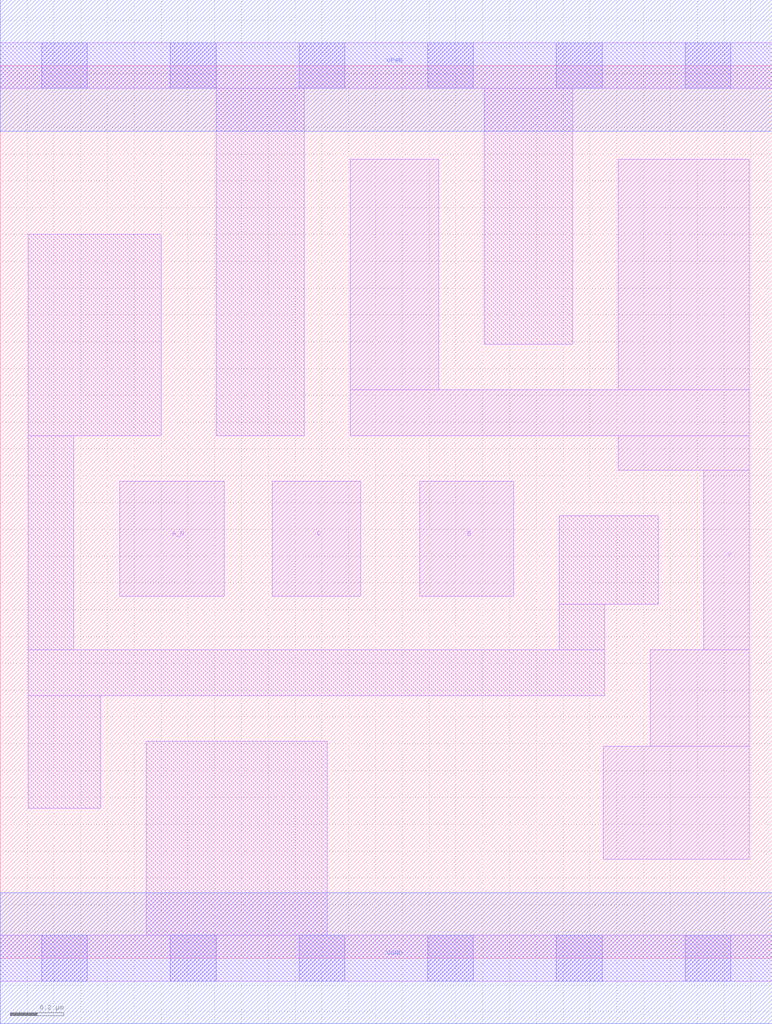
<source format=lef>
# Copyright 2020 The SkyWater PDK Authors
#
# Licensed under the Apache License, Version 2.0 (the "License");
# you may not use this file except in compliance with the License.
# You may obtain a copy of the License at
#
#     https://www.apache.org/licenses/LICENSE-2.0
#
# Unless required by applicable law or agreed to in writing, software
# distributed under the License is distributed on an "AS IS" BASIS,
# WITHOUT WARRANTIES OR CONDITIONS OF ANY KIND, either express or implied.
# See the License for the specific language governing permissions and
# limitations under the License.
#
# SPDX-License-Identifier: Apache-2.0

VERSION 5.7 ;
  NAMESCASESENSITIVE ON ;
  NOWIREEXTENSIONATPIN ON ;
  DIVIDERCHAR "/" ;
  BUSBITCHARS "[]" ;
UNITS
  DATABASE MICRONS 200 ;
END UNITS
MACRO sky130_fd_sc_ms__nand3b_1
  CLASS CORE ;
  SOURCE USER ;
  FOREIGN sky130_fd_sc_ms__nand3b_1 ;
  ORIGIN  0.000000  0.000000 ;
  SIZE  2.880000 BY  3.330000 ;
  SYMMETRY X Y ;
  SITE unit ;
  PIN A_N
    ANTENNAGATEAREA  0.233700 ;
    DIRECTION INPUT ;
    USE SIGNAL ;
    PORT
      LAYER li1 ;
        RECT 0.445000 1.350000 0.835000 1.780000 ;
    END
  END A_N
  PIN B
    ANTENNAGATEAREA  0.312600 ;
    DIRECTION INPUT ;
    USE SIGNAL ;
    PORT
      LAYER li1 ;
        RECT 1.565000 1.350000 1.915000 1.780000 ;
    END
  END B
  PIN C
    ANTENNAGATEAREA  0.312600 ;
    DIRECTION INPUT ;
    USE SIGNAL ;
    PORT
      LAYER li1 ;
        RECT 1.015000 1.350000 1.345000 1.780000 ;
    END
  END C
  PIN Y
    ANTENNADIFFAREA  0.956400 ;
    DIRECTION OUTPUT ;
    USE SIGNAL ;
    PORT
      LAYER li1 ;
        RECT 1.305000 1.950000 2.795000 2.120000 ;
        RECT 1.305000 2.120000 1.635000 2.980000 ;
        RECT 2.250000 0.370000 2.795000 0.790000 ;
        RECT 2.305000 1.820000 2.795000 1.950000 ;
        RECT 2.305000 2.120000 2.795000 2.980000 ;
        RECT 2.425000 0.790000 2.795000 1.150000 ;
        RECT 2.625000 1.150000 2.795000 1.820000 ;
    END
  END Y
  PIN VGND
    DIRECTION INOUT ;
    USE GROUND ;
    PORT
      LAYER met1 ;
        RECT 0.000000 -0.245000 2.880000 0.245000 ;
    END
  END VGND
  PIN VPWR
    DIRECTION INOUT ;
    USE POWER ;
    PORT
      LAYER met1 ;
        RECT 0.000000 3.085000 2.880000 3.575000 ;
    END
  END VPWR
  OBS
    LAYER li1 ;
      RECT 0.000000 -0.085000 2.880000 0.085000 ;
      RECT 0.000000  3.245000 2.880000 3.415000 ;
      RECT 0.105000  0.560000 0.375000 0.980000 ;
      RECT 0.105000  0.980000 2.255000 1.150000 ;
      RECT 0.105000  1.150000 0.275000 1.950000 ;
      RECT 0.105000  1.950000 0.600000 2.700000 ;
      RECT 0.545000  0.085000 1.220000 0.810000 ;
      RECT 0.805000  1.950000 1.135000 3.245000 ;
      RECT 1.805000  2.290000 2.135000 3.245000 ;
      RECT 2.085000  1.150000 2.255000 1.320000 ;
      RECT 2.085000  1.320000 2.455000 1.650000 ;
    LAYER mcon ;
      RECT 0.155000 -0.085000 0.325000 0.085000 ;
      RECT 0.155000  3.245000 0.325000 3.415000 ;
      RECT 0.635000 -0.085000 0.805000 0.085000 ;
      RECT 0.635000  3.245000 0.805000 3.415000 ;
      RECT 1.115000 -0.085000 1.285000 0.085000 ;
      RECT 1.115000  3.245000 1.285000 3.415000 ;
      RECT 1.595000 -0.085000 1.765000 0.085000 ;
      RECT 1.595000  3.245000 1.765000 3.415000 ;
      RECT 2.075000 -0.085000 2.245000 0.085000 ;
      RECT 2.075000  3.245000 2.245000 3.415000 ;
      RECT 2.555000 -0.085000 2.725000 0.085000 ;
      RECT 2.555000  3.245000 2.725000 3.415000 ;
  END
END sky130_fd_sc_ms__nand3b_1
END LIBRARY

</source>
